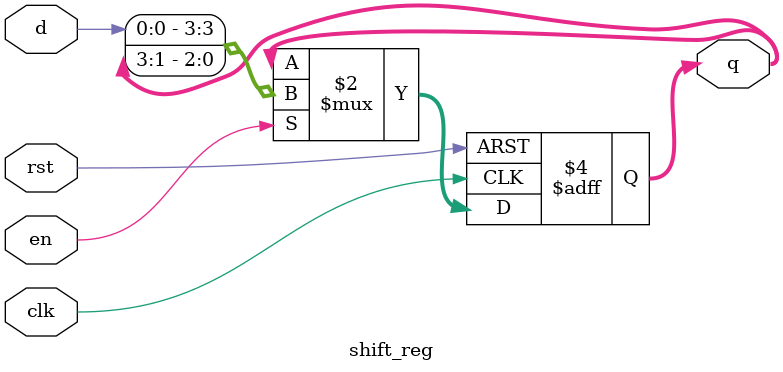
<source format=sv>
module shift_reg #(
    parameter DEPTH = 4  //! Depth of the shift register
) (
    input                  clk,  //! Clock signal to trigger data shift on rising edge
    input                  rst,  //! Reset signal to initialize the register to 0
    input                  en,   //! Enable signal to allow shifting when high
    input                  d,    //! Data input for the shift register
    output reg [DEPTH-1:0] q     //! Output of the shift register holding the shifted data
);

  always @(posedge clk, posedge rst) begin
    if (rst) q <= 0;  // Reset the register to 0 when rst is high
    else if (en) q <= {d, q[DEPTH-1:1]};  // Shift data in when enable is high
  end

endmodule

</source>
